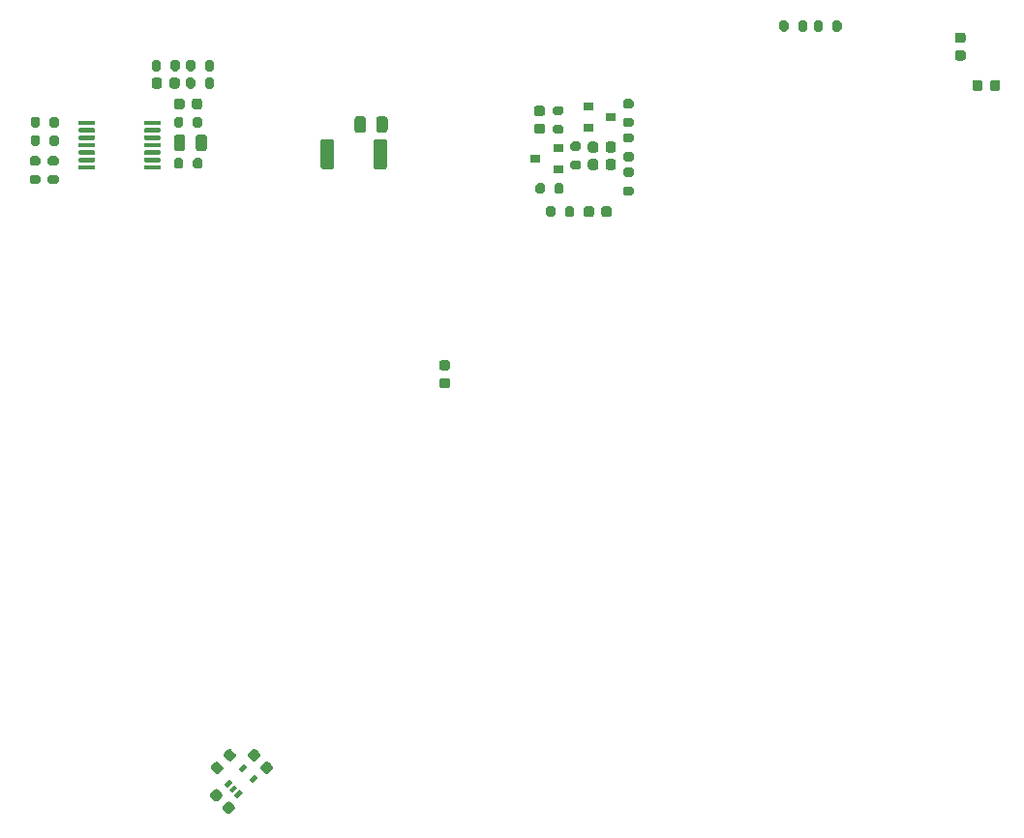
<source format=gbr>
G04 #@! TF.GenerationSoftware,KiCad,Pcbnew,5.1.7-a382d34a8~87~ubuntu18.04.1*
G04 #@! TF.CreationDate,2021-01-18T13:43:01-05:00*
G04 #@! TF.ProjectId,SD1,5344312e-6b69-4636-9164-5f7063625858,0*
G04 #@! TF.SameCoordinates,Original*
G04 #@! TF.FileFunction,Paste,Bot*
G04 #@! TF.FilePolarity,Positive*
%FSLAX46Y46*%
G04 Gerber Fmt 4.6, Leading zero omitted, Abs format (unit mm)*
G04 Created by KiCad (PCBNEW 5.1.7-a382d34a8~87~ubuntu18.04.1) date 2021-01-18 13:43:01*
%MOMM*%
%LPD*%
G01*
G04 APERTURE LIST*
%ADD10R,0.900000X0.800000*%
%ADD11C,0.100000*%
G04 APERTURE END LIST*
G04 #@! TO.C,R323*
G36*
G01*
X147375000Y-37425000D02*
X147375000Y-37975000D01*
G75*
G02*
X147175000Y-38175000I-200000J0D01*
G01*
X146775000Y-38175000D01*
G75*
G02*
X146575000Y-37975000I0J200000D01*
G01*
X146575000Y-37425000D01*
G75*
G02*
X146775000Y-37225000I200000J0D01*
G01*
X147175000Y-37225000D01*
G75*
G02*
X147375000Y-37425000I0J-200000D01*
G01*
G37*
G36*
G01*
X149025000Y-37425000D02*
X149025000Y-37975000D01*
G75*
G02*
X148825000Y-38175000I-200000J0D01*
G01*
X148425000Y-38175000D01*
G75*
G02*
X148225000Y-37975000I0J200000D01*
G01*
X148225000Y-37425000D01*
G75*
G02*
X148425000Y-37225000I200000J0D01*
G01*
X148825000Y-37225000D01*
G75*
G02*
X149025000Y-37425000I0J-200000D01*
G01*
G37*
G04 #@! TD*
G04 #@! TO.C,R312*
G36*
G01*
X158322500Y-44995001D02*
X158322500Y-42844999D01*
G75*
G02*
X158572499Y-42595000I249999J0D01*
G01*
X159297501Y-42595000D01*
G75*
G02*
X159547500Y-42844999I0J-249999D01*
G01*
X159547500Y-44995001D01*
G75*
G02*
X159297501Y-45245000I-249999J0D01*
G01*
X158572499Y-45245000D01*
G75*
G02*
X158322500Y-44995001I0J249999D01*
G01*
G37*
G36*
G01*
X162947500Y-44995001D02*
X162947500Y-42844999D01*
G75*
G02*
X163197499Y-42595000I249999J0D01*
G01*
X163922501Y-42595000D01*
G75*
G02*
X164172500Y-42844999I0J-249999D01*
G01*
X164172500Y-44995001D01*
G75*
G02*
X163922501Y-45245000I-249999J0D01*
G01*
X163197499Y-45245000D01*
G75*
G02*
X162947500Y-44995001I0J249999D01*
G01*
G37*
G04 #@! TD*
G04 #@! TO.C,R109*
G36*
G01*
X169456250Y-62820784D02*
X168943750Y-62820784D01*
G75*
G02*
X168725000Y-62602034I0J218750D01*
G01*
X168725000Y-62164534D01*
G75*
G02*
X168943750Y-61945784I218750J0D01*
G01*
X169456250Y-61945784D01*
G75*
G02*
X169675000Y-62164534I0J-218750D01*
G01*
X169675000Y-62602034D01*
G75*
G02*
X169456250Y-62820784I-218750J0D01*
G01*
G37*
G36*
G01*
X169456250Y-64395784D02*
X168943750Y-64395784D01*
G75*
G02*
X168725000Y-64177034I0J218750D01*
G01*
X168725000Y-63739534D01*
G75*
G02*
X168943750Y-63520784I218750J0D01*
G01*
X169456250Y-63520784D01*
G75*
G02*
X169675000Y-63739534I0J-218750D01*
G01*
X169675000Y-64177034D01*
G75*
G02*
X169456250Y-64395784I-218750J0D01*
G01*
G37*
G04 #@! TD*
G04 #@! TO.C,C305*
G36*
G01*
X182260000Y-48690000D02*
X182260000Y-49190000D01*
G75*
G02*
X182035000Y-49415000I-225000J0D01*
G01*
X181585000Y-49415000D01*
G75*
G02*
X181360000Y-49190000I0J225000D01*
G01*
X181360000Y-48690000D01*
G75*
G02*
X181585000Y-48465000I225000J0D01*
G01*
X182035000Y-48465000D01*
G75*
G02*
X182260000Y-48690000I0J-225000D01*
G01*
G37*
G36*
G01*
X183810000Y-48690000D02*
X183810000Y-49190000D01*
G75*
G02*
X183585000Y-49415000I-225000J0D01*
G01*
X183135000Y-49415000D01*
G75*
G02*
X182910000Y-49190000I0J225000D01*
G01*
X182910000Y-48690000D01*
G75*
G02*
X183135000Y-48465000I225000J0D01*
G01*
X183585000Y-48465000D01*
G75*
G02*
X183810000Y-48690000I0J-225000D01*
G01*
G37*
G04 #@! TD*
G04 #@! TO.C,C307*
G36*
G01*
X147410000Y-43395000D02*
X147410000Y-42445000D01*
G75*
G02*
X147660000Y-42195000I250000J0D01*
G01*
X148160000Y-42195000D01*
G75*
G02*
X148410000Y-42445000I0J-250000D01*
G01*
X148410000Y-43395000D01*
G75*
G02*
X148160000Y-43645000I-250000J0D01*
G01*
X147660000Y-43645000D01*
G75*
G02*
X147410000Y-43395000I0J250000D01*
G01*
G37*
G36*
G01*
X145510000Y-43395000D02*
X145510000Y-42445000D01*
G75*
G02*
X145760000Y-42195000I250000J0D01*
G01*
X146260000Y-42195000D01*
G75*
G02*
X146510000Y-42445000I0J-250000D01*
G01*
X146510000Y-43395000D01*
G75*
G02*
X146260000Y-43645000I-250000J0D01*
G01*
X145760000Y-43645000D01*
G75*
G02*
X145510000Y-43395000I0J250000D01*
G01*
G37*
G04 #@! TD*
G04 #@! TO.C,C313*
G36*
G01*
X164210000Y-40845000D02*
X164210000Y-41795000D01*
G75*
G02*
X163960000Y-42045000I-250000J0D01*
G01*
X163460000Y-42045000D01*
G75*
G02*
X163210000Y-41795000I0J250000D01*
G01*
X163210000Y-40845000D01*
G75*
G02*
X163460000Y-40595000I250000J0D01*
G01*
X163960000Y-40595000D01*
G75*
G02*
X164210000Y-40845000I0J-250000D01*
G01*
G37*
G36*
G01*
X162310000Y-40845000D02*
X162310000Y-41795000D01*
G75*
G02*
X162060000Y-42045000I-250000J0D01*
G01*
X161560000Y-42045000D01*
G75*
G02*
X161310000Y-41795000I0J250000D01*
G01*
X161310000Y-40845000D01*
G75*
G02*
X161560000Y-40595000I250000J0D01*
G01*
X162060000Y-40595000D01*
G75*
G02*
X162310000Y-40845000I0J-250000D01*
G01*
G37*
G04 #@! TD*
G04 #@! TO.C,C314*
G36*
G01*
X184185000Y-43050000D02*
X184185000Y-43550000D01*
G75*
G02*
X183960000Y-43775000I-225000J0D01*
G01*
X183510000Y-43775000D01*
G75*
G02*
X183285000Y-43550000I0J225000D01*
G01*
X183285000Y-43050000D01*
G75*
G02*
X183510000Y-42825000I225000J0D01*
G01*
X183960000Y-42825000D01*
G75*
G02*
X184185000Y-43050000I0J-225000D01*
G01*
G37*
G36*
G01*
X182635000Y-43050000D02*
X182635000Y-43550000D01*
G75*
G02*
X182410000Y-43775000I-225000J0D01*
G01*
X181960000Y-43775000D01*
G75*
G02*
X181735000Y-43550000I0J225000D01*
G01*
X181735000Y-43050000D01*
G75*
G02*
X181960000Y-42825000I225000J0D01*
G01*
X182410000Y-42825000D01*
G75*
G02*
X182635000Y-43050000I0J-225000D01*
G01*
G37*
G04 #@! TD*
G04 #@! TO.C,C315*
G36*
G01*
X147085000Y-39770000D02*
X147085000Y-39270000D01*
G75*
G02*
X147310000Y-39045000I225000J0D01*
G01*
X147760000Y-39045000D01*
G75*
G02*
X147985000Y-39270000I0J-225000D01*
G01*
X147985000Y-39770000D01*
G75*
G02*
X147760000Y-39995000I-225000J0D01*
G01*
X147310000Y-39995000D01*
G75*
G02*
X147085000Y-39770000I0J225000D01*
G01*
G37*
G36*
G01*
X145535000Y-39770000D02*
X145535000Y-39270000D01*
G75*
G02*
X145760000Y-39045000I225000J0D01*
G01*
X146210000Y-39045000D01*
G75*
G02*
X146435000Y-39270000I0J-225000D01*
G01*
X146435000Y-39770000D01*
G75*
G02*
X146210000Y-39995000I-225000J0D01*
G01*
X145760000Y-39995000D01*
G75*
G02*
X145535000Y-39770000I0J225000D01*
G01*
G37*
G04 #@! TD*
G04 #@! TO.C,C316*
G36*
G01*
X184185000Y-44570000D02*
X184185000Y-45070000D01*
G75*
G02*
X183960000Y-45295000I-225000J0D01*
G01*
X183510000Y-45295000D01*
G75*
G02*
X183285000Y-45070000I0J225000D01*
G01*
X183285000Y-44570000D01*
G75*
G02*
X183510000Y-44345000I225000J0D01*
G01*
X183960000Y-44345000D01*
G75*
G02*
X184185000Y-44570000I0J-225000D01*
G01*
G37*
G36*
G01*
X182635000Y-44570000D02*
X182635000Y-45070000D01*
G75*
G02*
X182410000Y-45295000I-225000J0D01*
G01*
X181960000Y-45295000D01*
G75*
G02*
X181735000Y-45070000I0J225000D01*
G01*
X181735000Y-44570000D01*
G75*
G02*
X181960000Y-44345000I225000J0D01*
G01*
X182410000Y-44345000D01*
G75*
G02*
X182635000Y-44570000I0J-225000D01*
G01*
G37*
G04 #@! TD*
G04 #@! TO.C,C318*
G36*
G01*
X143575000Y-37950000D02*
X143575000Y-37450000D01*
G75*
G02*
X143800000Y-37225000I225000J0D01*
G01*
X144250000Y-37225000D01*
G75*
G02*
X144475000Y-37450000I0J-225000D01*
G01*
X144475000Y-37950000D01*
G75*
G02*
X144250000Y-38175000I-225000J0D01*
G01*
X143800000Y-38175000D01*
G75*
G02*
X143575000Y-37950000I0J225000D01*
G01*
G37*
G36*
G01*
X145125000Y-37950000D02*
X145125000Y-37450000D01*
G75*
G02*
X145350000Y-37225000I225000J0D01*
G01*
X145800000Y-37225000D01*
G75*
G02*
X146025000Y-37450000I0J-225000D01*
G01*
X146025000Y-37950000D01*
G75*
G02*
X145800000Y-38175000I-225000J0D01*
G01*
X145350000Y-38175000D01*
G75*
G02*
X145125000Y-37950000I0J225000D01*
G01*
G37*
G04 #@! TD*
G04 #@! TO.C,C102*
G36*
G01*
X217800000Y-37650000D02*
X217800000Y-38150000D01*
G75*
G02*
X217575000Y-38375000I-225000J0D01*
G01*
X217125000Y-38375000D01*
G75*
G02*
X216900000Y-38150000I0J225000D01*
G01*
X216900000Y-37650000D01*
G75*
G02*
X217125000Y-37425000I225000J0D01*
G01*
X217575000Y-37425000D01*
G75*
G02*
X217800000Y-37650000I0J-225000D01*
G01*
G37*
G36*
G01*
X216250000Y-37650000D02*
X216250000Y-38150000D01*
G75*
G02*
X216025000Y-38375000I-225000J0D01*
G01*
X215575000Y-38375000D01*
G75*
G02*
X215350000Y-38150000I0J225000D01*
G01*
X215350000Y-37650000D01*
G75*
G02*
X215575000Y-37425000I225000J0D01*
G01*
X216025000Y-37425000D01*
G75*
G02*
X216250000Y-37650000I0J-225000D01*
G01*
G37*
G04 #@! TD*
D10*
G04 #@! TO.C,D310*
X179160000Y-43370000D03*
X179160000Y-45270000D03*
X177160000Y-44320000D03*
G04 #@! TD*
G04 #@! TO.C,R301*
G36*
G01*
X135235000Y-46545000D02*
X134685000Y-46545000D01*
G75*
G02*
X134485000Y-46345000I0J200000D01*
G01*
X134485000Y-45945000D01*
G75*
G02*
X134685000Y-45745000I200000J0D01*
G01*
X135235000Y-45745000D01*
G75*
G02*
X135435000Y-45945000I0J-200000D01*
G01*
X135435000Y-46345000D01*
G75*
G02*
X135235000Y-46545000I-200000J0D01*
G01*
G37*
G36*
G01*
X135235000Y-44895000D02*
X134685000Y-44895000D01*
G75*
G02*
X134485000Y-44695000I0J200000D01*
G01*
X134485000Y-44295000D01*
G75*
G02*
X134685000Y-44095000I200000J0D01*
G01*
X135235000Y-44095000D01*
G75*
G02*
X135435000Y-44295000I0J-200000D01*
G01*
X135435000Y-44695000D01*
G75*
G02*
X135235000Y-44895000I-200000J0D01*
G01*
G37*
G04 #@! TD*
G04 #@! TO.C,R306*
G36*
G01*
X133785000Y-40845000D02*
X133785000Y-41395000D01*
G75*
G02*
X133585000Y-41595000I-200000J0D01*
G01*
X133185000Y-41595000D01*
G75*
G02*
X132985000Y-41395000I0J200000D01*
G01*
X132985000Y-40845000D01*
G75*
G02*
X133185000Y-40645000I200000J0D01*
G01*
X133585000Y-40645000D01*
G75*
G02*
X133785000Y-40845000I0J-200000D01*
G01*
G37*
G36*
G01*
X135435000Y-40845000D02*
X135435000Y-41395000D01*
G75*
G02*
X135235000Y-41595000I-200000J0D01*
G01*
X134835000Y-41595000D01*
G75*
G02*
X134635000Y-41395000I0J200000D01*
G01*
X134635000Y-40845000D01*
G75*
G02*
X134835000Y-40645000I200000J0D01*
G01*
X135235000Y-40645000D01*
G75*
G02*
X135435000Y-40845000I0J-200000D01*
G01*
G37*
G04 #@! TD*
G04 #@! TO.C,R307*
G36*
G01*
X135435000Y-42445000D02*
X135435000Y-42995000D01*
G75*
G02*
X135235000Y-43195000I-200000J0D01*
G01*
X134835000Y-43195000D01*
G75*
G02*
X134635000Y-42995000I0J200000D01*
G01*
X134635000Y-42445000D01*
G75*
G02*
X134835000Y-42245000I200000J0D01*
G01*
X135235000Y-42245000D01*
G75*
G02*
X135435000Y-42445000I0J-200000D01*
G01*
G37*
G36*
G01*
X133785000Y-42445000D02*
X133785000Y-42995000D01*
G75*
G02*
X133585000Y-43195000I-200000J0D01*
G01*
X133185000Y-43195000D01*
G75*
G02*
X132985000Y-42995000I0J200000D01*
G01*
X132985000Y-42445000D01*
G75*
G02*
X133185000Y-42245000I200000J0D01*
G01*
X133585000Y-42245000D01*
G75*
G02*
X133785000Y-42445000I0J-200000D01*
G01*
G37*
G04 #@! TD*
G04 #@! TO.C,R308*
G36*
G01*
X184985000Y-46745000D02*
X185535000Y-46745000D01*
G75*
G02*
X185735000Y-46945000I0J-200000D01*
G01*
X185735000Y-47345000D01*
G75*
G02*
X185535000Y-47545000I-200000J0D01*
G01*
X184985000Y-47545000D01*
G75*
G02*
X184785000Y-47345000I0J200000D01*
G01*
X184785000Y-46945000D01*
G75*
G02*
X184985000Y-46745000I200000J0D01*
G01*
G37*
G36*
G01*
X184985000Y-45095000D02*
X185535000Y-45095000D01*
G75*
G02*
X185735000Y-45295000I0J-200000D01*
G01*
X185735000Y-45695000D01*
G75*
G02*
X185535000Y-45895000I-200000J0D01*
G01*
X184985000Y-45895000D01*
G75*
G02*
X184785000Y-45695000I0J200000D01*
G01*
X184785000Y-45295000D01*
G75*
G02*
X184985000Y-45095000I200000J0D01*
G01*
G37*
G04 #@! TD*
G04 #@! TO.C,R311*
G36*
G01*
X147985000Y-44445000D02*
X147985000Y-44995000D01*
G75*
G02*
X147785000Y-45195000I-200000J0D01*
G01*
X147385000Y-45195000D01*
G75*
G02*
X147185000Y-44995000I0J200000D01*
G01*
X147185000Y-44445000D01*
G75*
G02*
X147385000Y-44245000I200000J0D01*
G01*
X147785000Y-44245000D01*
G75*
G02*
X147985000Y-44445000I0J-200000D01*
G01*
G37*
G36*
G01*
X146335000Y-44445000D02*
X146335000Y-44995000D01*
G75*
G02*
X146135000Y-45195000I-200000J0D01*
G01*
X145735000Y-45195000D01*
G75*
G02*
X145535000Y-44995000I0J200000D01*
G01*
X145535000Y-44445000D01*
G75*
G02*
X145735000Y-44245000I200000J0D01*
G01*
X146135000Y-44245000D01*
G75*
G02*
X146335000Y-44445000I0J-200000D01*
G01*
G37*
G04 #@! TD*
G04 #@! TO.C,R313*
G36*
G01*
X179605000Y-46645000D02*
X179605000Y-47195000D01*
G75*
G02*
X179405000Y-47395000I-200000J0D01*
G01*
X179005000Y-47395000D01*
G75*
G02*
X178805000Y-47195000I0J200000D01*
G01*
X178805000Y-46645000D01*
G75*
G02*
X179005000Y-46445000I200000J0D01*
G01*
X179405000Y-46445000D01*
G75*
G02*
X179605000Y-46645000I0J-200000D01*
G01*
G37*
G36*
G01*
X177955000Y-46645000D02*
X177955000Y-47195000D01*
G75*
G02*
X177755000Y-47395000I-200000J0D01*
G01*
X177355000Y-47395000D01*
G75*
G02*
X177155000Y-47195000I0J200000D01*
G01*
X177155000Y-46645000D01*
G75*
G02*
X177355000Y-46445000I200000J0D01*
G01*
X177755000Y-46445000D01*
G75*
G02*
X177955000Y-46645000I0J-200000D01*
G01*
G37*
G04 #@! TD*
G04 #@! TO.C,R314*
G36*
G01*
X179405000Y-40495000D02*
X178855000Y-40495000D01*
G75*
G02*
X178655000Y-40295000I0J200000D01*
G01*
X178655000Y-39895000D01*
G75*
G02*
X178855000Y-39695000I200000J0D01*
G01*
X179405000Y-39695000D01*
G75*
G02*
X179605000Y-39895000I0J-200000D01*
G01*
X179605000Y-40295000D01*
G75*
G02*
X179405000Y-40495000I-200000J0D01*
G01*
G37*
G36*
G01*
X179405000Y-42145000D02*
X178855000Y-42145000D01*
G75*
G02*
X178655000Y-41945000I0J200000D01*
G01*
X178655000Y-41545000D01*
G75*
G02*
X178855000Y-41345000I200000J0D01*
G01*
X179405000Y-41345000D01*
G75*
G02*
X179605000Y-41545000I0J-200000D01*
G01*
X179605000Y-41945000D01*
G75*
G02*
X179405000Y-42145000I-200000J0D01*
G01*
G37*
G04 #@! TD*
G04 #@! TO.C,R315*
G36*
G01*
X184985000Y-42095000D02*
X185535000Y-42095000D01*
G75*
G02*
X185735000Y-42295000I0J-200000D01*
G01*
X185735000Y-42695000D01*
G75*
G02*
X185535000Y-42895000I-200000J0D01*
G01*
X184985000Y-42895000D01*
G75*
G02*
X184785000Y-42695000I0J200000D01*
G01*
X184785000Y-42295000D01*
G75*
G02*
X184985000Y-42095000I200000J0D01*
G01*
G37*
G36*
G01*
X184985000Y-43745000D02*
X185535000Y-43745000D01*
G75*
G02*
X185735000Y-43945000I0J-200000D01*
G01*
X185735000Y-44345000D01*
G75*
G02*
X185535000Y-44545000I-200000J0D01*
G01*
X184985000Y-44545000D01*
G75*
G02*
X184785000Y-44345000I0J200000D01*
G01*
X184785000Y-43945000D01*
G75*
G02*
X184985000Y-43745000I200000J0D01*
G01*
G37*
G04 #@! TD*
G04 #@! TO.C,R316*
G36*
G01*
X146335000Y-40845000D02*
X146335000Y-41395000D01*
G75*
G02*
X146135000Y-41595000I-200000J0D01*
G01*
X145735000Y-41595000D01*
G75*
G02*
X145535000Y-41395000I0J200000D01*
G01*
X145535000Y-40845000D01*
G75*
G02*
X145735000Y-40645000I200000J0D01*
G01*
X146135000Y-40645000D01*
G75*
G02*
X146335000Y-40845000I0J-200000D01*
G01*
G37*
G36*
G01*
X147985000Y-40845000D02*
X147985000Y-41395000D01*
G75*
G02*
X147785000Y-41595000I-200000J0D01*
G01*
X147385000Y-41595000D01*
G75*
G02*
X147185000Y-41395000I0J200000D01*
G01*
X147185000Y-40845000D01*
G75*
G02*
X147385000Y-40645000I200000J0D01*
G01*
X147785000Y-40645000D01*
G75*
G02*
X147985000Y-40845000I0J-200000D01*
G01*
G37*
G04 #@! TD*
G04 #@! TO.C,R317*
G36*
G01*
X133085000Y-45745000D02*
X133635000Y-45745000D01*
G75*
G02*
X133835000Y-45945000I0J-200000D01*
G01*
X133835000Y-46345000D01*
G75*
G02*
X133635000Y-46545000I-200000J0D01*
G01*
X133085000Y-46545000D01*
G75*
G02*
X132885000Y-46345000I0J200000D01*
G01*
X132885000Y-45945000D01*
G75*
G02*
X133085000Y-45745000I200000J0D01*
G01*
G37*
G36*
G01*
X133085000Y-44095000D02*
X133635000Y-44095000D01*
G75*
G02*
X133835000Y-44295000I0J-200000D01*
G01*
X133835000Y-44695000D01*
G75*
G02*
X133635000Y-44895000I-200000J0D01*
G01*
X133085000Y-44895000D01*
G75*
G02*
X132885000Y-44695000I0J200000D01*
G01*
X132885000Y-44295000D01*
G75*
G02*
X133085000Y-44095000I200000J0D01*
G01*
G37*
G04 #@! TD*
G04 #@! TO.C,R319*
G36*
G01*
X180935000Y-43625000D02*
X180385000Y-43625000D01*
G75*
G02*
X180185000Y-43425000I0J200000D01*
G01*
X180185000Y-43025000D01*
G75*
G02*
X180385000Y-42825000I200000J0D01*
G01*
X180935000Y-42825000D01*
G75*
G02*
X181135000Y-43025000I0J-200000D01*
G01*
X181135000Y-43425000D01*
G75*
G02*
X180935000Y-43625000I-200000J0D01*
G01*
G37*
G36*
G01*
X180935000Y-45275000D02*
X180385000Y-45275000D01*
G75*
G02*
X180185000Y-45075000I0J200000D01*
G01*
X180185000Y-44675000D01*
G75*
G02*
X180385000Y-44475000I200000J0D01*
G01*
X180935000Y-44475000D01*
G75*
G02*
X181135000Y-44675000I0J-200000D01*
G01*
X181135000Y-45075000D01*
G75*
G02*
X180935000Y-45275000I-200000J0D01*
G01*
G37*
G04 #@! TD*
G04 #@! TO.C,R320*
G36*
G01*
X146025000Y-35895000D02*
X146025000Y-36445000D01*
G75*
G02*
X145825000Y-36645000I-200000J0D01*
G01*
X145425000Y-36645000D01*
G75*
G02*
X145225000Y-36445000I0J200000D01*
G01*
X145225000Y-35895000D01*
G75*
G02*
X145425000Y-35695000I200000J0D01*
G01*
X145825000Y-35695000D01*
G75*
G02*
X146025000Y-35895000I0J-200000D01*
G01*
G37*
G36*
G01*
X144375000Y-35895000D02*
X144375000Y-36445000D01*
G75*
G02*
X144175000Y-36645000I-200000J0D01*
G01*
X143775000Y-36645000D01*
G75*
G02*
X143575000Y-36445000I0J200000D01*
G01*
X143575000Y-35895000D01*
G75*
G02*
X143775000Y-35695000I200000J0D01*
G01*
X144175000Y-35695000D01*
G75*
G02*
X144375000Y-35895000I0J-200000D01*
G01*
G37*
G04 #@! TD*
G04 #@! TO.C,R324*
G36*
G01*
X185535000Y-41545000D02*
X184985000Y-41545000D01*
G75*
G02*
X184785000Y-41345000I0J200000D01*
G01*
X184785000Y-40945000D01*
G75*
G02*
X184985000Y-40745000I200000J0D01*
G01*
X185535000Y-40745000D01*
G75*
G02*
X185735000Y-40945000I0J-200000D01*
G01*
X185735000Y-41345000D01*
G75*
G02*
X185535000Y-41545000I-200000J0D01*
G01*
G37*
G36*
G01*
X185535000Y-39895000D02*
X184985000Y-39895000D01*
G75*
G02*
X184785000Y-39695000I0J200000D01*
G01*
X184785000Y-39295000D01*
G75*
G02*
X184985000Y-39095000I200000J0D01*
G01*
X185535000Y-39095000D01*
G75*
G02*
X185735000Y-39295000I0J-200000D01*
G01*
X185735000Y-39695000D01*
G75*
G02*
X185535000Y-39895000I-200000J0D01*
G01*
G37*
G04 #@! TD*
G04 #@! TO.C,C701*
G36*
G01*
X150801451Y-101243348D02*
X150447897Y-101596902D01*
G75*
G02*
X150129699Y-101596902I-159099J159099D01*
G01*
X149811501Y-101278704D01*
G75*
G02*
X149811501Y-100960506I159099J159099D01*
G01*
X150165055Y-100606952D01*
G75*
G02*
X150483253Y-100606952I159099J-159099D01*
G01*
X150801451Y-100925150D01*
G75*
G02*
X150801451Y-101243348I-159099J-159099D01*
G01*
G37*
G36*
G01*
X149705435Y-100147332D02*
X149351881Y-100500886D01*
G75*
G02*
X149033683Y-100500886I-159099J159099D01*
G01*
X148715485Y-100182688D01*
G75*
G02*
X148715485Y-99864490I159099J159099D01*
G01*
X149069039Y-99510936D01*
G75*
G02*
X149387237Y-99510936I159099J-159099D01*
G01*
X149705435Y-99829134D01*
G75*
G02*
X149705435Y-100147332I-159099J-159099D01*
G01*
G37*
G04 #@! TD*
G04 #@! TO.C,C702*
G36*
G01*
X153028130Y-96645032D02*
X152674576Y-96998586D01*
G75*
G02*
X152356378Y-96998586I-159099J159099D01*
G01*
X152038180Y-96680388D01*
G75*
G02*
X152038180Y-96362190I159099J159099D01*
G01*
X152391734Y-96008636D01*
G75*
G02*
X152709932Y-96008636I159099J-159099D01*
G01*
X153028130Y-96326834D01*
G75*
G02*
X153028130Y-96645032I-159099J-159099D01*
G01*
G37*
G36*
G01*
X154124146Y-97741048D02*
X153770592Y-98094602D01*
G75*
G02*
X153452394Y-98094602I-159099J159099D01*
G01*
X153134196Y-97776404D01*
G75*
G02*
X153134196Y-97458206I159099J159099D01*
G01*
X153487750Y-97104652D01*
G75*
G02*
X153805948Y-97104652I159099J-159099D01*
G01*
X154124146Y-97422850D01*
G75*
G02*
X154124146Y-97741048I-159099J-159099D01*
G01*
G37*
G04 #@! TD*
G04 #@! TO.C,U301*
G36*
G01*
X144360000Y-41070000D02*
X144360000Y-41270000D01*
G75*
G02*
X144260000Y-41370000I-100000J0D01*
G01*
X142985000Y-41370000D01*
G75*
G02*
X142885000Y-41270000I0J100000D01*
G01*
X142885000Y-41070000D01*
G75*
G02*
X142985000Y-40970000I100000J0D01*
G01*
X144260000Y-40970000D01*
G75*
G02*
X144360000Y-41070000I0J-100000D01*
G01*
G37*
G36*
G01*
X144360000Y-41720000D02*
X144360000Y-41920000D01*
G75*
G02*
X144260000Y-42020000I-100000J0D01*
G01*
X142985000Y-42020000D01*
G75*
G02*
X142885000Y-41920000I0J100000D01*
G01*
X142885000Y-41720000D01*
G75*
G02*
X142985000Y-41620000I100000J0D01*
G01*
X144260000Y-41620000D01*
G75*
G02*
X144360000Y-41720000I0J-100000D01*
G01*
G37*
G36*
G01*
X144360000Y-42370000D02*
X144360000Y-42570000D01*
G75*
G02*
X144260000Y-42670000I-100000J0D01*
G01*
X142985000Y-42670000D01*
G75*
G02*
X142885000Y-42570000I0J100000D01*
G01*
X142885000Y-42370000D01*
G75*
G02*
X142985000Y-42270000I100000J0D01*
G01*
X144260000Y-42270000D01*
G75*
G02*
X144360000Y-42370000I0J-100000D01*
G01*
G37*
G36*
G01*
X144360000Y-43020000D02*
X144360000Y-43220000D01*
G75*
G02*
X144260000Y-43320000I-100000J0D01*
G01*
X142985000Y-43320000D01*
G75*
G02*
X142885000Y-43220000I0J100000D01*
G01*
X142885000Y-43020000D01*
G75*
G02*
X142985000Y-42920000I100000J0D01*
G01*
X144260000Y-42920000D01*
G75*
G02*
X144360000Y-43020000I0J-100000D01*
G01*
G37*
G36*
G01*
X144360000Y-43670000D02*
X144360000Y-43870000D01*
G75*
G02*
X144260000Y-43970000I-100000J0D01*
G01*
X142985000Y-43970000D01*
G75*
G02*
X142885000Y-43870000I0J100000D01*
G01*
X142885000Y-43670000D01*
G75*
G02*
X142985000Y-43570000I100000J0D01*
G01*
X144260000Y-43570000D01*
G75*
G02*
X144360000Y-43670000I0J-100000D01*
G01*
G37*
G36*
G01*
X144360000Y-44320000D02*
X144360000Y-44520000D01*
G75*
G02*
X144260000Y-44620000I-100000J0D01*
G01*
X142985000Y-44620000D01*
G75*
G02*
X142885000Y-44520000I0J100000D01*
G01*
X142885000Y-44320000D01*
G75*
G02*
X142985000Y-44220000I100000J0D01*
G01*
X144260000Y-44220000D01*
G75*
G02*
X144360000Y-44320000I0J-100000D01*
G01*
G37*
G36*
G01*
X144360000Y-44970000D02*
X144360000Y-45170000D01*
G75*
G02*
X144260000Y-45270000I-100000J0D01*
G01*
X142985000Y-45270000D01*
G75*
G02*
X142885000Y-45170000I0J100000D01*
G01*
X142885000Y-44970000D01*
G75*
G02*
X142985000Y-44870000I100000J0D01*
G01*
X144260000Y-44870000D01*
G75*
G02*
X144360000Y-44970000I0J-100000D01*
G01*
G37*
G36*
G01*
X138635000Y-44970000D02*
X138635000Y-45170000D01*
G75*
G02*
X138535000Y-45270000I-100000J0D01*
G01*
X137260000Y-45270000D01*
G75*
G02*
X137160000Y-45170000I0J100000D01*
G01*
X137160000Y-44970000D01*
G75*
G02*
X137260000Y-44870000I100000J0D01*
G01*
X138535000Y-44870000D01*
G75*
G02*
X138635000Y-44970000I0J-100000D01*
G01*
G37*
G36*
G01*
X138635000Y-44320000D02*
X138635000Y-44520000D01*
G75*
G02*
X138535000Y-44620000I-100000J0D01*
G01*
X137260000Y-44620000D01*
G75*
G02*
X137160000Y-44520000I0J100000D01*
G01*
X137160000Y-44320000D01*
G75*
G02*
X137260000Y-44220000I100000J0D01*
G01*
X138535000Y-44220000D01*
G75*
G02*
X138635000Y-44320000I0J-100000D01*
G01*
G37*
G36*
G01*
X138635000Y-43670000D02*
X138635000Y-43870000D01*
G75*
G02*
X138535000Y-43970000I-100000J0D01*
G01*
X137260000Y-43970000D01*
G75*
G02*
X137160000Y-43870000I0J100000D01*
G01*
X137160000Y-43670000D01*
G75*
G02*
X137260000Y-43570000I100000J0D01*
G01*
X138535000Y-43570000D01*
G75*
G02*
X138635000Y-43670000I0J-100000D01*
G01*
G37*
G36*
G01*
X138635000Y-43020000D02*
X138635000Y-43220000D01*
G75*
G02*
X138535000Y-43320000I-100000J0D01*
G01*
X137260000Y-43320000D01*
G75*
G02*
X137160000Y-43220000I0J100000D01*
G01*
X137160000Y-43020000D01*
G75*
G02*
X137260000Y-42920000I100000J0D01*
G01*
X138535000Y-42920000D01*
G75*
G02*
X138635000Y-43020000I0J-100000D01*
G01*
G37*
G36*
G01*
X138635000Y-42370000D02*
X138635000Y-42570000D01*
G75*
G02*
X138535000Y-42670000I-100000J0D01*
G01*
X137260000Y-42670000D01*
G75*
G02*
X137160000Y-42570000I0J100000D01*
G01*
X137160000Y-42370000D01*
G75*
G02*
X137260000Y-42270000I100000J0D01*
G01*
X138535000Y-42270000D01*
G75*
G02*
X138635000Y-42370000I0J-100000D01*
G01*
G37*
G36*
G01*
X138635000Y-41720000D02*
X138635000Y-41920000D01*
G75*
G02*
X138535000Y-42020000I-100000J0D01*
G01*
X137260000Y-42020000D01*
G75*
G02*
X137160000Y-41920000I0J100000D01*
G01*
X137160000Y-41720000D01*
G75*
G02*
X137260000Y-41620000I100000J0D01*
G01*
X138535000Y-41620000D01*
G75*
G02*
X138635000Y-41720000I0J-100000D01*
G01*
G37*
G36*
G01*
X138635000Y-41070000D02*
X138635000Y-41270000D01*
G75*
G02*
X138535000Y-41370000I-100000J0D01*
G01*
X137260000Y-41370000D01*
G75*
G02*
X137160000Y-41270000I0J100000D01*
G01*
X137160000Y-41070000D01*
G75*
G02*
X137260000Y-40970000I100000J0D01*
G01*
X138535000Y-40970000D01*
G75*
G02*
X138635000Y-41070000I0J-100000D01*
G01*
G37*
G04 #@! TD*
G04 #@! TO.C,U302*
X181760000Y-41600000D03*
X181760000Y-39700000D03*
X183760000Y-40650000D03*
G04 #@! TD*
D11*
G04 #@! TO.C,U701*
G36*
X151074394Y-100260470D02*
G01*
X150791551Y-99977627D01*
X151251170Y-99518008D01*
X151534013Y-99800851D01*
X151074394Y-100260470D01*
G37*
G36*
X150155155Y-99341231D02*
G01*
X149872312Y-99058388D01*
X150331931Y-98598769D01*
X150614774Y-98881612D01*
X150155155Y-99341231D01*
G37*
G36*
X150614775Y-99800850D02*
G01*
X150331932Y-99518007D01*
X150791551Y-99058388D01*
X151074394Y-99341231D01*
X150614775Y-99800850D01*
G37*
G36*
X151498658Y-97997728D02*
G01*
X151215815Y-97714885D01*
X151675434Y-97255266D01*
X151958277Y-97538109D01*
X151498658Y-97997728D01*
G37*
G36*
X152417897Y-98916967D02*
G01*
X152135054Y-98634124D01*
X152594673Y-98174505D01*
X152877516Y-98457348D01*
X152417897Y-98916967D01*
G37*
G04 #@! TD*
G04 #@! TO.C,FB701*
G36*
G01*
X150533280Y-96004216D02*
X150895673Y-96366609D01*
G75*
G02*
X150895673Y-96675969I-154680J-154680D01*
G01*
X150586314Y-96985328D01*
G75*
G02*
X150276954Y-96985328I-154680J154680D01*
G01*
X149914561Y-96622935D01*
G75*
G02*
X149914561Y-96313575I154680J154680D01*
G01*
X150223920Y-96004216D01*
G75*
G02*
X150533280Y-96004216I154680J-154680D01*
G01*
G37*
G36*
G01*
X149419586Y-97117910D02*
X149781979Y-97480303D01*
G75*
G02*
X149781979Y-97789663I-154680J-154680D01*
G01*
X149472620Y-98099022D01*
G75*
G02*
X149163260Y-98099022I-154680J154680D01*
G01*
X148800867Y-97736629D01*
G75*
G02*
X148800867Y-97427269I154680J154680D01*
G01*
X149110226Y-97117910D01*
G75*
G02*
X149419586Y-97117910I154680J-154680D01*
G01*
G37*
G04 #@! TD*
G04 #@! TO.C,C811*
G36*
G01*
X214550000Y-34175000D02*
X214050000Y-34175000D01*
G75*
G02*
X213825000Y-33950000I0J225000D01*
G01*
X213825000Y-33500000D01*
G75*
G02*
X214050000Y-33275000I225000J0D01*
G01*
X214550000Y-33275000D01*
G75*
G02*
X214775000Y-33500000I0J-225000D01*
G01*
X214775000Y-33950000D01*
G75*
G02*
X214550000Y-34175000I-225000J0D01*
G01*
G37*
G36*
G01*
X214550000Y-35725000D02*
X214050000Y-35725000D01*
G75*
G02*
X213825000Y-35500000I0J225000D01*
G01*
X213825000Y-35050000D01*
G75*
G02*
X214050000Y-34825000I225000J0D01*
G01*
X214550000Y-34825000D01*
G75*
G02*
X214775000Y-35050000I0J-225000D01*
G01*
X214775000Y-35500000D01*
G75*
G02*
X214550000Y-35725000I-225000J0D01*
G01*
G37*
G04 #@! TD*
G04 #@! TO.C,R812*
G36*
G01*
X203925000Y-32425000D02*
X203925000Y-32975000D01*
G75*
G02*
X203725000Y-33175000I-200000J0D01*
G01*
X203325000Y-33175000D01*
G75*
G02*
X203125000Y-32975000I0J200000D01*
G01*
X203125000Y-32425000D01*
G75*
G02*
X203325000Y-32225000I200000J0D01*
G01*
X203725000Y-32225000D01*
G75*
G02*
X203925000Y-32425000I0J-200000D01*
G01*
G37*
G36*
G01*
X202275000Y-32425000D02*
X202275000Y-32975000D01*
G75*
G02*
X202075000Y-33175000I-200000J0D01*
G01*
X201675000Y-33175000D01*
G75*
G02*
X201475000Y-32975000I0J200000D01*
G01*
X201475000Y-32425000D01*
G75*
G02*
X201675000Y-32225000I200000J0D01*
G01*
X202075000Y-32225000D01*
G75*
G02*
X202275000Y-32425000I0J-200000D01*
G01*
G37*
G04 #@! TD*
G04 #@! TO.C,R813*
G36*
G01*
X199275000Y-32425000D02*
X199275000Y-32975000D01*
G75*
G02*
X199075000Y-33175000I-200000J0D01*
G01*
X198675000Y-33175000D01*
G75*
G02*
X198475000Y-32975000I0J200000D01*
G01*
X198475000Y-32425000D01*
G75*
G02*
X198675000Y-32225000I200000J0D01*
G01*
X199075000Y-32225000D01*
G75*
G02*
X199275000Y-32425000I0J-200000D01*
G01*
G37*
G36*
G01*
X200925000Y-32425000D02*
X200925000Y-32975000D01*
G75*
G02*
X200725000Y-33175000I-200000J0D01*
G01*
X200325000Y-33175000D01*
G75*
G02*
X200125000Y-32975000I0J200000D01*
G01*
X200125000Y-32425000D01*
G75*
G02*
X200325000Y-32225000I200000J0D01*
G01*
X200725000Y-32225000D01*
G75*
G02*
X200925000Y-32425000I0J-200000D01*
G01*
G37*
G04 #@! TD*
G04 #@! TO.C,C317*
G36*
G01*
X177750000Y-42125000D02*
X177250000Y-42125000D01*
G75*
G02*
X177025000Y-41900000I0J225000D01*
G01*
X177025000Y-41450000D01*
G75*
G02*
X177250000Y-41225000I225000J0D01*
G01*
X177750000Y-41225000D01*
G75*
G02*
X177975000Y-41450000I0J-225000D01*
G01*
X177975000Y-41900000D01*
G75*
G02*
X177750000Y-42125000I-225000J0D01*
G01*
G37*
G36*
G01*
X177750000Y-40575000D02*
X177250000Y-40575000D01*
G75*
G02*
X177025000Y-40350000I0J225000D01*
G01*
X177025000Y-39900000D01*
G75*
G02*
X177250000Y-39675000I225000J0D01*
G01*
X177750000Y-39675000D01*
G75*
G02*
X177975000Y-39900000I0J-225000D01*
G01*
X177975000Y-40350000D01*
G75*
G02*
X177750000Y-40575000I-225000J0D01*
G01*
G37*
G04 #@! TD*
G04 #@! TO.C,R302*
G36*
G01*
X180525000Y-48665000D02*
X180525000Y-49215000D01*
G75*
G02*
X180325000Y-49415000I-200000J0D01*
G01*
X179925000Y-49415000D01*
G75*
G02*
X179725000Y-49215000I0J200000D01*
G01*
X179725000Y-48665000D01*
G75*
G02*
X179925000Y-48465000I200000J0D01*
G01*
X180325000Y-48465000D01*
G75*
G02*
X180525000Y-48665000I0J-200000D01*
G01*
G37*
G36*
G01*
X178875000Y-48665000D02*
X178875000Y-49215000D01*
G75*
G02*
X178675000Y-49415000I-200000J0D01*
G01*
X178275000Y-49415000D01*
G75*
G02*
X178075000Y-49215000I0J200000D01*
G01*
X178075000Y-48665000D01*
G75*
G02*
X178275000Y-48465000I200000J0D01*
G01*
X178675000Y-48465000D01*
G75*
G02*
X178875000Y-48665000I0J-200000D01*
G01*
G37*
G04 #@! TD*
G04 #@! TO.C,R326*
G36*
G01*
X146575000Y-36445000D02*
X146575000Y-35895000D01*
G75*
G02*
X146775000Y-35695000I200000J0D01*
G01*
X147175000Y-35695000D01*
G75*
G02*
X147375000Y-35895000I0J-200000D01*
G01*
X147375000Y-36445000D01*
G75*
G02*
X147175000Y-36645000I-200000J0D01*
G01*
X146775000Y-36645000D01*
G75*
G02*
X146575000Y-36445000I0J200000D01*
G01*
G37*
G36*
G01*
X148225000Y-36445000D02*
X148225000Y-35895000D01*
G75*
G02*
X148425000Y-35695000I200000J0D01*
G01*
X148825000Y-35695000D01*
G75*
G02*
X149025000Y-35895000I0J-200000D01*
G01*
X149025000Y-36445000D01*
G75*
G02*
X148825000Y-36645000I-200000J0D01*
G01*
X148425000Y-36645000D01*
G75*
G02*
X148225000Y-36445000I0J200000D01*
G01*
G37*
G04 #@! TD*
M02*

</source>
